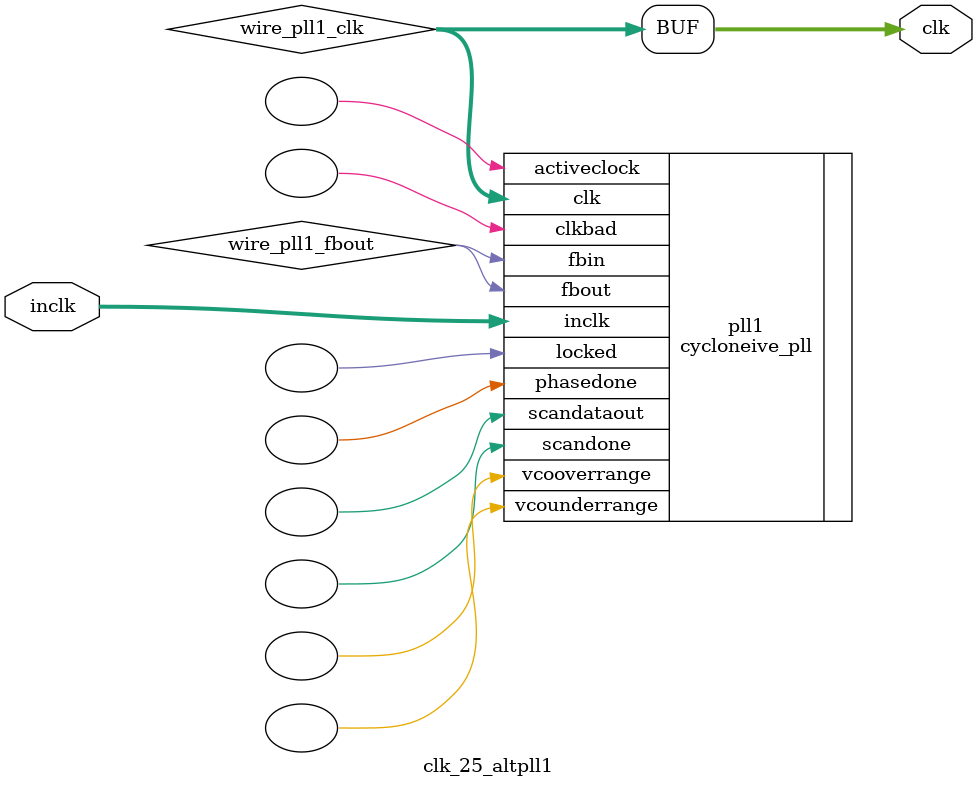
<source format=v>






//synthesis_resources = cycloneive_pll 1 
//synopsys translate_off
`timescale 1 ps / 1 ps
//synopsys translate_on
module  clk_25_altpll1
	( 
	clk,
	inclk) /* synthesis synthesis_clearbox=1 */;
	output   [4:0]  clk;
	input   [1:0]  inclk;
`ifndef ALTERA_RESERVED_QIS
// synopsys translate_off
`endif
	tri0   [1:0]  inclk;
`ifndef ALTERA_RESERVED_QIS
// synopsys translate_on
`endif

	wire  [4:0]   wire_pll1_clk;
	wire  wire_pll1_fbout;

	cycloneive_pll   pll1
	( 
	.activeclock(),
	.clk(wire_pll1_clk),
	.clkbad(),
	.fbin(wire_pll1_fbout),
	.fbout(wire_pll1_fbout),
	.inclk(inclk),
	.locked(),
	.phasedone(),
	.scandataout(),
	.scandone(),
	.vcooverrange(),
	.vcounderrange()
	`ifndef FORMAL_VERIFICATION
	// synopsys translate_off
	`endif
	,
	.areset(1'b0),
	.clkswitch(1'b0),
	.configupdate(1'b0),
	.pfdena(1'b1),
	.phasecounterselect({3{1'b0}}),
	.phasestep(1'b0),
	.phaseupdown(1'b0),
	.scanclk(1'b0),
	.scanclkena(1'b1),
	.scandata(1'b0)
	`ifndef FORMAL_VERIFICATION
	// synopsys translate_on
	`endif
	);
	defparam
		pll1.bandwidth_type = "auto",
		pll1.clk0_divide_by = 2,
		pll1.clk0_duty_cycle = 50,
		pll1.clk0_multiply_by = 1,
		pll1.clk0_phase_shift = "0",
		pll1.clk1_divide_by = 2,
		pll1.clk1_duty_cycle = 50,
		pll1.clk1_multiply_by = 1,
		pll1.clk1_phase_shift = "0",
		pll1.clk2_divide_by = 2,
		pll1.clk2_duty_cycle = 50,
		pll1.clk2_multiply_by = 1,
		pll1.clk2_phase_shift = "0",
		pll1.compensate_clock = "clk0",
		pll1.inclk0_input_frequency = 20000,
		pll1.operation_mode = "source_synchronous",
		pll1.pll_type = "auto",
		pll1.lpm_type = "cycloneive_pll";
	assign
		clk = {wire_pll1_clk[4:0]};
endmodule //clk_25_altpll1
//VALID FILE

</source>
